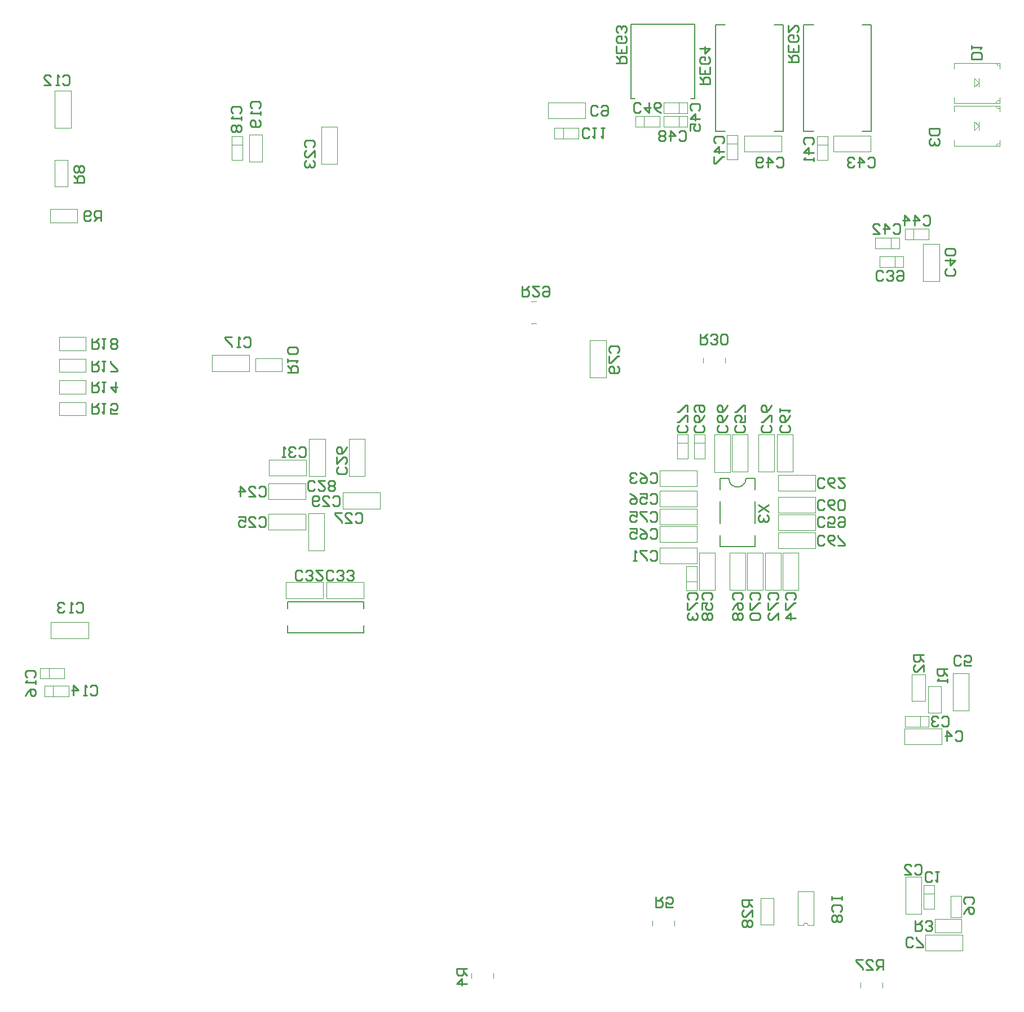
<source format=gbo>
%FSLAX25Y25*%
%MOIN*%
G70*
G01*
G75*
G04 Layer_Color=32896*
%ADD10C,0.01000*%
%ADD11C,0.00689*%
%ADD12C,0.00669*%
%ADD13C,0.00827*%
%ADD14C,0.01575*%
%ADD15C,0.00787*%
%ADD16O,0.07087X0.01181*%
%ADD17O,0.01181X0.07087*%
%ADD18R,0.04921X0.06693*%
%ADD19R,0.09843X0.07874*%
%ADD20R,0.09843X0.01969*%
%ADD21O,0.04724X0.02362*%
%ADD22R,0.00984X0.01378*%
%ADD23O,0.00984X0.01378*%
%ADD24R,0.04724X0.04724*%
%ADD25R,0.04724X0.09449*%
G04:AMPARAMS|DCode=26|XSize=70.87mil|YSize=43.31mil|CornerRadius=0mil|HoleSize=0mil|Usage=FLASHONLY|Rotation=270.000|XOffset=0mil|YOffset=0mil|HoleType=Round|Shape=Octagon|*
%AMOCTAGOND26*
4,1,8,-0.01083,-0.03543,0.01083,-0.03543,0.02165,-0.02461,0.02165,0.02461,0.01083,0.03543,-0.01083,0.03543,-0.02165,0.02461,-0.02165,-0.02461,-0.01083,-0.03543,0.0*
%
%ADD26OCTAGOND26*%

%ADD27R,0.05118X0.04134*%
%ADD28R,0.04134X0.05118*%
G04:AMPARAMS|DCode=29|XSize=39.37mil|YSize=25.59mil|CornerRadius=0mil|HoleSize=0mil|Usage=FLASHONLY|Rotation=270.000|XOffset=0mil|YOffset=0mil|HoleType=Round|Shape=Octagon|*
%AMOCTAGOND29*
4,1,8,-0.00640,-0.01969,0.00640,-0.01969,0.01280,-0.01329,0.01280,0.01329,0.00640,0.01969,-0.00640,0.01969,-0.01280,0.01329,-0.01280,-0.01329,-0.00640,-0.01969,0.0*
%
%ADD29OCTAGOND29*%

G04:AMPARAMS|DCode=30|XSize=39.37mil|YSize=19.69mil|CornerRadius=0mil|HoleSize=0mil|Usage=FLASHONLY|Rotation=270.000|XOffset=0mil|YOffset=0mil|HoleType=Round|Shape=Octagon|*
%AMOCTAGOND30*
4,1,8,-0.00492,-0.01969,0.00492,-0.01969,0.00984,-0.01476,0.00984,0.01476,0.00492,0.01969,-0.00492,0.01969,-0.00984,0.01476,-0.00984,-0.01476,-0.00492,-0.01969,0.0*
%
%ADD30OCTAGOND30*%

%ADD31R,0.05906X0.03150*%
G04:AMPARAMS|DCode=32|XSize=59.06mil|YSize=31.5mil|CornerRadius=0mil|HoleSize=0mil|Usage=FLASHONLY|Rotation=180.000|XOffset=0mil|YOffset=0mil|HoleType=Round|Shape=Octagon|*
%AMOCTAGOND32*
4,1,8,-0.02953,0.00787,-0.02953,-0.00787,-0.02165,-0.01575,0.02165,-0.01575,0.02953,-0.00787,0.02953,0.00787,0.02165,0.01575,-0.02165,0.01575,-0.02953,0.00787,0.0*
%
%ADD32OCTAGOND32*%

G04:AMPARAMS|DCode=33|XSize=78.74mil|YSize=57.09mil|CornerRadius=0mil|HoleSize=0mil|Usage=FLASHONLY|Rotation=180.000|XOffset=0mil|YOffset=0mil|HoleType=Round|Shape=Octagon|*
%AMOCTAGOND33*
4,1,8,-0.03937,0.01427,-0.03937,-0.01427,-0.02510,-0.02854,0.02510,-0.02854,0.03937,-0.01427,0.03937,0.01427,0.02510,0.02854,-0.02510,0.02854,-0.03937,0.01427,0.0*
%
%ADD33OCTAGOND33*%

G04:AMPARAMS|DCode=34|XSize=47.24mil|YSize=39.37mil|CornerRadius=0mil|HoleSize=0mil|Usage=FLASHONLY|Rotation=90.000|XOffset=0mil|YOffset=0mil|HoleType=Round|Shape=Octagon|*
%AMOCTAGOND34*
4,1,8,0.00984,0.02362,-0.00984,0.02362,-0.01969,0.01378,-0.01969,-0.01378,-0.00984,-0.02362,0.00984,-0.02362,0.01969,-0.01378,0.01969,0.01378,0.00984,0.02362,0.0*
%
%ADD34OCTAGOND34*%

%ADD35O,0.02087X0.07795*%
%ADD36R,0.02087X0.07795*%
%ADD37O,0.06102X0.00984*%
%ADD38O,0.00984X0.06102*%
%ADD39O,0.01772X0.01181*%
%ADD40R,0.01772X0.01181*%
%ADD41R,0.01181X0.01772*%
%ADD42R,0.02165X0.04134*%
%ADD43O,0.02165X0.04134*%
%ADD44R,0.01969X0.01575*%
%ADD45O,0.01969X0.01575*%
%ADD46O,0.02232X0.01181*%
%ADD47R,0.02232X0.01181*%
%ADD48R,0.01181X0.02232*%
%ADD49O,0.01181X0.01575*%
%ADD50R,0.01181X0.01575*%
%ADD51R,0.01575X0.01181*%
%ADD52R,0.07874X0.07874*%
%ADD53R,0.06693X0.04921*%
%ADD54R,0.03150X0.04724*%
%ADD55R,0.03150X0.03543*%
%ADD56R,0.04724X0.03150*%
%ADD57C,0.00650*%
%ADD58C,0.01969*%
%ADD59C,0.02362*%
%ADD60R,0.23000X0.17000*%
%ADD61R,0.05906X0.05906*%
%ADD62C,0.05906*%
%ADD63R,0.04724X0.04724*%
%ADD64C,0.04724*%
%ADD65C,0.07087*%
%ADD66R,0.07087X0.07087*%
%ADD67R,0.05906X0.05906*%
%ADD68C,0.06496*%
%ADD69R,0.06299X0.06299*%
%ADD70C,0.06299*%
%ADD71O,0.07874X0.09843*%
%ADD72C,0.07874*%
%ADD73R,0.04921X0.04921*%
%ADD74C,0.04921*%
%ADD75R,0.04921X0.04921*%
%ADD76C,0.19685*%
%ADD77C,0.02701*%
%ADD78C,0.05000*%
%ADD79C,0.03937*%
%ADD80C,0.07874*%
%ADD81C,0.02756*%
%ADD82C,0.02953*%
%ADD83C,0.05394*%
%ADD84R,0.02756X0.03150*%
%ADD85R,0.19685X0.28543*%
%ADD86R,0.08268X0.05118*%
%ADD87O,0.08268X0.05118*%
%ADD88R,0.23622X0.07874*%
%ADD89R,0.25598X0.30299*%
%ADD90R,0.04685X0.09055*%
G04:AMPARAMS|DCode=91|XSize=39.37mil|YSize=25.59mil|CornerRadius=0mil|HoleSize=0mil|Usage=FLASHONLY|Rotation=0.000|XOffset=0mil|YOffset=0mil|HoleType=Round|Shape=Octagon|*
%AMOCTAGOND91*
4,1,8,0.01969,-0.00640,0.01969,0.00640,0.01329,0.01280,-0.01329,0.01280,-0.01969,0.00640,-0.01969,-0.00640,-0.01329,-0.01280,0.01329,-0.01280,0.01969,-0.00640,0.0*
%
%ADD91OCTAGOND91*%

G04:AMPARAMS|DCode=92|XSize=39.37mil|YSize=19.69mil|CornerRadius=0mil|HoleSize=0mil|Usage=FLASHONLY|Rotation=0.000|XOffset=0mil|YOffset=0mil|HoleType=Round|Shape=Octagon|*
%AMOCTAGOND92*
4,1,8,0.01969,-0.00492,0.01969,0.00492,0.01476,0.00984,-0.01476,0.00984,-0.01969,0.00492,-0.01969,-0.00492,-0.01476,-0.00984,0.01476,-0.00984,0.01969,-0.00492,0.0*
%
%ADD92OCTAGOND92*%

%ADD93O,0.04095X0.01969*%
%ADD94R,0.04095X0.01969*%
%ADD95R,0.11000X0.15000*%
%ADD96C,0.04921*%
%ADD97C,0.00984*%
%ADD98C,0.00394*%
%ADD99C,0.00197*%
%ADD100C,0.00800*%
%ADD101C,0.00591*%
%ADD102R,0.21300X0.15037*%
%ADD103R,0.21000X0.15000*%
D10*
X503619Y506616D02*
X504619Y507616D01*
X506618D01*
X507618Y506616D01*
Y502618D01*
X506618Y501618D01*
X504619D01*
X503619Y502618D01*
X498621Y501618D02*
Y507616D01*
X501620Y504617D01*
X497621D01*
X495622Y506616D02*
X494622Y507616D01*
X492623D01*
X491623Y506616D01*
Y505617D01*
X492623Y504617D01*
X493623D01*
X492623D01*
X491623Y503617D01*
Y502618D01*
X492623Y501618D01*
X494622D01*
X495622Y502618D01*
X541499Y80002D02*
X540499Y79002D01*
X538500D01*
X537500Y80002D01*
Y84000D01*
X538500Y85000D01*
X540499D01*
X541499Y84000D01*
X543498Y85000D02*
X545497D01*
X544498D01*
Y79002D01*
X543498Y80002D01*
X531001Y88498D02*
X532001Y89498D01*
X534000D01*
X535000Y88498D01*
Y84500D01*
X534000Y83500D01*
X532001D01*
X531001Y84500D01*
X525003Y83500D02*
X529002D01*
X525003Y87499D01*
Y88498D01*
X526003Y89498D01*
X528002D01*
X529002Y88498D01*
X547001Y175998D02*
X548001Y176998D01*
X550000D01*
X551000Y175998D01*
Y172000D01*
X550000Y171000D01*
X548001D01*
X547001Y172000D01*
X545002Y175998D02*
X544002Y176998D01*
X542003D01*
X541003Y175998D01*
Y174999D01*
X542003Y173999D01*
X543003D01*
X542003D01*
X541003Y172999D01*
Y172000D01*
X542003Y171000D01*
X544002D01*
X545002Y172000D01*
X555001Y167498D02*
X556001Y168498D01*
X558000D01*
X559000Y167498D01*
Y163500D01*
X558000Y162500D01*
X556001D01*
X555001Y163500D01*
X550003Y162500D02*
Y168498D01*
X553002Y165499D01*
X549003D01*
X558499Y208002D02*
X557499Y207002D01*
X555500D01*
X554500Y208002D01*
Y212000D01*
X555500Y213000D01*
X557499D01*
X558499Y212000D01*
X564497Y207002D02*
X560498D01*
Y210001D01*
X562497Y209001D01*
X563497D01*
X564497Y210001D01*
Y212000D01*
X563497Y213000D01*
X561498D01*
X560498Y212000D01*
X561002Y66001D02*
X560002Y67001D01*
Y69000D01*
X561002Y70000D01*
X565000D01*
X566000Y69000D01*
Y67001D01*
X565000Y66001D01*
X560002Y60003D02*
X561002Y62003D01*
X563001Y64002D01*
X565000D01*
X566000Y63002D01*
Y61003D01*
X565000Y60003D01*
X564001D01*
X563001Y61003D01*
Y64002D01*
X529999Y41502D02*
X528999Y40502D01*
X527000D01*
X526000Y41502D01*
Y45500D01*
X527000Y46500D01*
X528999D01*
X529999Y45500D01*
X531998Y40502D02*
X535997D01*
Y41502D01*
X531998Y45500D01*
Y46500D01*
X343881Y533384D02*
X342881Y532384D01*
X340882D01*
X339882Y533384D01*
Y537382D01*
X340882Y538382D01*
X342881D01*
X343881Y537382D01*
X345880D02*
X346880Y538382D01*
X348879D01*
X349879Y537382D01*
Y533384D01*
X348879Y532384D01*
X346880D01*
X345880Y533384D01*
Y534383D01*
X346880Y535383D01*
X349879D01*
X338881Y519883D02*
X337881Y518884D01*
X335882D01*
X334882Y519883D01*
Y523882D01*
X335882Y524882D01*
X337881D01*
X338881Y523882D01*
X340880Y524882D02*
X342879D01*
X341880D01*
Y518884D01*
X340880Y519883D01*
X345878Y524882D02*
X347878D01*
X346878D01*
Y518884D01*
X345878Y519883D01*
X27583Y555380D02*
X28583Y556380D01*
X30582D01*
X31582Y555380D01*
Y551382D01*
X30582Y550382D01*
X28583D01*
X27583Y551382D01*
X25584Y550382D02*
X23584D01*
X24584D01*
Y556380D01*
X25584Y555380D01*
X16587Y550382D02*
X20585D01*
X16587Y554381D01*
Y555380D01*
X17586Y556380D01*
X19586D01*
X20585Y555380D01*
X35619Y243380D02*
X36619Y244380D01*
X38618D01*
X39618Y243380D01*
Y239382D01*
X38618Y238382D01*
X36619D01*
X35619Y239382D01*
X33620Y238382D02*
X31621D01*
X32620D01*
Y244380D01*
X33620Y243380D01*
X28622D02*
X27622Y244380D01*
X25623D01*
X24623Y243380D01*
Y242381D01*
X25623Y241381D01*
X26622D01*
X25623D01*
X24623Y240381D01*
Y239382D01*
X25623Y238382D01*
X27622D01*
X28622Y239382D01*
X43883Y194380D02*
X44883Y195380D01*
X46882D01*
X47882Y194380D01*
Y190382D01*
X46882Y189382D01*
X44883D01*
X43883Y190382D01*
X41884Y189382D02*
X39884D01*
X40884D01*
Y195380D01*
X41884Y194380D01*
X33886Y189382D02*
Y195380D01*
X36885Y192381D01*
X32887D01*
X6384Y199883D02*
X5384Y200883D01*
Y202882D01*
X6384Y203882D01*
X10382D01*
X11382Y202882D01*
Y200883D01*
X10382Y199883D01*
X11382Y197884D02*
Y195885D01*
Y196884D01*
X5384D01*
X6384Y197884D01*
X5384Y188887D02*
X6384Y190886D01*
X8383Y192885D01*
X10382D01*
X11382Y191886D01*
Y189886D01*
X10382Y188887D01*
X9382D01*
X8383Y189886D01*
Y192885D01*
X134465Y400362D02*
X135465Y401362D01*
X137464D01*
X138464Y400362D01*
Y396363D01*
X137464Y395364D01*
X135465D01*
X134465Y396363D01*
X132466Y395364D02*
X130466D01*
X131466D01*
Y401362D01*
X132466Y400362D01*
X127467Y401362D02*
X123469D01*
Y400362D01*
X127467Y396363D01*
Y395364D01*
X128120Y533619D02*
X127120Y534619D01*
Y536618D01*
X128120Y537618D01*
X132118D01*
X133118Y536618D01*
Y534619D01*
X132118Y533619D01*
X133118Y531620D02*
Y529621D01*
Y530620D01*
X127120D01*
X128120Y531620D01*
Y526622D02*
X127120Y525622D01*
Y523623D01*
X128120Y522623D01*
X129119D01*
X130119Y523623D01*
X131119Y522623D01*
X132118D01*
X133118Y523623D01*
Y525622D01*
X132118Y526622D01*
X131119D01*
X130119Y525622D01*
X129119Y526622D01*
X128120D01*
X130119Y525622D02*
Y523623D01*
X139620Y536619D02*
X138620Y537619D01*
Y539618D01*
X139620Y540618D01*
X143618D01*
X144618Y539618D01*
Y537619D01*
X143618Y536619D01*
X144618Y534620D02*
Y532621D01*
Y533620D01*
X138620D01*
X139620Y534620D01*
X143618Y529622D02*
X144618Y528622D01*
Y526623D01*
X143618Y525623D01*
X139620D01*
X138620Y526623D01*
Y528622D01*
X139620Y529622D01*
X140619D01*
X141619Y528622D01*
Y525623D01*
X171620Y513619D02*
X170620Y514619D01*
Y516618D01*
X171620Y517618D01*
X175618D01*
X176618Y516618D01*
Y514619D01*
X175618Y513619D01*
X176618Y507621D02*
Y511620D01*
X172619Y507621D01*
X171620D01*
X170620Y508621D01*
Y510620D01*
X171620Y511620D01*
Y505622D02*
X170620Y504622D01*
Y502623D01*
X171620Y501623D01*
X172619D01*
X173619Y502623D01*
Y503623D01*
Y502623D01*
X174619Y501623D01*
X175618D01*
X176618Y502623D01*
Y504622D01*
X175618Y505622D01*
X143507Y311996D02*
X144506Y312996D01*
X146505D01*
X147505Y311996D01*
Y307998D01*
X146505Y306998D01*
X144506D01*
X143507Y307998D01*
X137508Y306998D02*
X141507D01*
X137508Y310997D01*
Y311996D01*
X138508Y312996D01*
X140507D01*
X141507Y311996D01*
X132510Y306998D02*
Y312996D01*
X135509Y309997D01*
X131510D01*
X143507Y293996D02*
X144506Y294996D01*
X146505D01*
X147505Y293996D01*
Y289998D01*
X146505Y288998D01*
X144506D01*
X143507Y289998D01*
X137508Y288998D02*
X141507D01*
X137508Y292997D01*
Y293996D01*
X138508Y294996D01*
X140507D01*
X141507Y293996D01*
X131510Y294996D02*
X135509D01*
Y291997D01*
X133510Y292997D01*
X132510D01*
X131510Y291997D01*
Y289998D01*
X132510Y288998D01*
X134509D01*
X135509Y289998D01*
X194498Y324507D02*
X195498Y323507D01*
Y321508D01*
X194498Y320508D01*
X190500D01*
X189500Y321508D01*
Y323507D01*
X190500Y324507D01*
X189500Y330505D02*
Y326506D01*
X193499Y330505D01*
X194498D01*
X195498Y329505D01*
Y327506D01*
X194498Y326506D01*
X195498Y336503D02*
X194498Y334504D01*
X192499Y332504D01*
X190500D01*
X189500Y333504D01*
Y335503D01*
X190500Y336503D01*
X191499D01*
X192499Y335503D01*
Y332504D01*
X200501Y296498D02*
X201501Y297498D01*
X203500D01*
X204500Y296498D01*
Y292500D01*
X203500Y291500D01*
X201501D01*
X200501Y292500D01*
X194503Y291500D02*
X198502D01*
X194503Y295499D01*
Y296498D01*
X195503Y297498D01*
X197502D01*
X198502Y296498D01*
X192504Y297498D02*
X188505D01*
Y296498D01*
X192504Y292500D01*
Y291500D01*
X176504Y311500D02*
X175504Y310500D01*
X173505D01*
X172505Y311500D01*
Y315498D01*
X173505Y316498D01*
X175504D01*
X176504Y315498D01*
X182502Y316498D02*
X178503D01*
X182502Y312499D01*
Y311500D01*
X181502Y310500D01*
X179503D01*
X178503Y311500D01*
X184501D02*
X185501Y310500D01*
X187500D01*
X188500Y311500D01*
Y312499D01*
X187500Y313499D01*
X188500Y314499D01*
Y315498D01*
X187500Y316498D01*
X185501D01*
X184501Y315498D01*
Y314499D01*
X185501Y313499D01*
X184501Y312499D01*
Y311500D01*
X185501Y313499D02*
X187500D01*
X187006Y306496D02*
X188006Y307496D01*
X190006D01*
X191005Y306496D01*
Y302498D01*
X190006Y301498D01*
X188006D01*
X187006Y302498D01*
X181008Y301498D02*
X185007D01*
X181008Y305497D01*
Y306496D01*
X182008Y307496D01*
X184007D01*
X185007Y306496D01*
X179009Y302498D02*
X178009Y301498D01*
X176010D01*
X175010Y302498D01*
Y306496D01*
X176010Y307496D01*
X178009D01*
X179009Y306496D01*
Y305497D01*
X178009Y304497D01*
X175010D01*
X167007Y335496D02*
X168006Y336496D01*
X170006D01*
X171005Y335496D01*
Y331498D01*
X170006Y330498D01*
X168006D01*
X167007Y331498D01*
X165007Y335496D02*
X164007Y336496D01*
X162008D01*
X161008Y335496D01*
Y334497D01*
X162008Y333497D01*
X163008D01*
X162008D01*
X161008Y332497D01*
Y331498D01*
X162008Y330498D01*
X164007D01*
X165007Y331498D01*
X159009Y330498D02*
X157010D01*
X158009D01*
Y336496D01*
X159009Y335496D01*
X169004Y258500D02*
X168004Y257500D01*
X166005D01*
X165005Y258500D01*
Y262498D01*
X166005Y263498D01*
X168004D01*
X169004Y262498D01*
X171003Y258500D02*
X172003Y257500D01*
X174002D01*
X175002Y258500D01*
Y259499D01*
X174002Y260499D01*
X173003D01*
X174002D01*
X175002Y261499D01*
Y262498D01*
X174002Y263498D01*
X172003D01*
X171003Y262498D01*
X181000Y263498D02*
X177001D01*
X181000Y259499D01*
Y258500D01*
X180000Y257500D01*
X178001D01*
X177001Y258500D01*
X187504D02*
X186504Y257500D01*
X184505D01*
X183505Y258500D01*
Y262498D01*
X184505Y263498D01*
X186504D01*
X187504Y262498D01*
X189503Y258500D02*
X190503Y257500D01*
X192502D01*
X193502Y258500D01*
Y259499D01*
X192502Y260499D01*
X191503D01*
X192502D01*
X193502Y261499D01*
Y262498D01*
X192502Y263498D01*
X190503D01*
X189503Y262498D01*
X195501Y258500D02*
X196501Y257500D01*
X198500D01*
X199500Y258500D01*
Y259499D01*
X198500Y260499D01*
X197501D01*
X198500D01*
X199500Y261499D01*
Y262498D01*
X198500Y263498D01*
X196501D01*
X195501Y262498D01*
X512499Y435852D02*
X511499Y434852D01*
X509500D01*
X508500Y435852D01*
Y439851D01*
X509500Y440850D01*
X511499D01*
X512499Y439851D01*
X514498Y435852D02*
X515498Y434852D01*
X517497D01*
X518497Y435852D01*
Y436852D01*
X517497Y437851D01*
X516497D01*
X517497D01*
X518497Y438851D01*
Y439851D01*
X517497Y440850D01*
X515498D01*
X514498Y439851D01*
X520496D02*
X521496Y440850D01*
X523495D01*
X524495Y439851D01*
Y435852D01*
X523495Y434852D01*
X521496D01*
X520496Y435852D01*
Y436852D01*
X521496Y437851D01*
X524495D01*
X553998Y441849D02*
X554998Y440849D01*
Y438850D01*
X553998Y437850D01*
X550000D01*
X549000Y438850D01*
Y440849D01*
X550000Y441849D01*
X549000Y446847D02*
X554998D01*
X551999Y443849D01*
Y447847D01*
X553998Y449847D02*
X554998Y450846D01*
Y452846D01*
X553998Y453845D01*
X550000D01*
X549000Y452846D01*
Y450846D01*
X550000Y449847D01*
X553998D01*
X466502Y515501D02*
X465502Y516501D01*
Y518500D01*
X466502Y519500D01*
X470500D01*
X471500Y518500D01*
Y516501D01*
X470500Y515501D01*
X471500Y510503D02*
X465502D01*
X468501Y513502D01*
Y509503D01*
X471500Y507504D02*
Y505505D01*
Y506504D01*
X465502D01*
X466502Y507504D01*
X518501Y467349D02*
X519501Y468349D01*
X521500D01*
X522500Y467349D01*
Y463350D01*
X521500Y462350D01*
X519501D01*
X518501Y463350D01*
X513503Y462350D02*
Y468349D01*
X516502Y465349D01*
X512503D01*
X506505Y462350D02*
X510504D01*
X506505Y466349D01*
Y467349D01*
X507505Y468349D01*
X509504D01*
X510504Y467349D01*
X536001Y472349D02*
X537001Y473349D01*
X539000D01*
X540000Y472349D01*
Y468350D01*
X539000Y467350D01*
X537001D01*
X536001Y468350D01*
X531003Y467350D02*
Y473349D01*
X534002Y470349D01*
X530003D01*
X525005Y467350D02*
Y473349D01*
X528004Y470349D01*
X524005D01*
X399301Y535383D02*
X398301Y536383D01*
Y538382D01*
X399301Y539382D01*
X403300D01*
X404299Y538382D01*
Y536383D01*
X403300Y535383D01*
X404299Y530385D02*
X398301D01*
X401300Y533384D01*
Y529385D01*
X398301Y523387D02*
Y527386D01*
X401300D01*
X400301Y525386D01*
Y524387D01*
X401300Y523387D01*
X403300D01*
X404299Y524387D01*
Y526386D01*
X403300Y527386D01*
X369298Y534883D02*
X368298Y533884D01*
X366299D01*
X365299Y534883D01*
Y538882D01*
X366299Y539882D01*
X368298D01*
X369298Y538882D01*
X374296Y539882D02*
Y533884D01*
X371297Y536883D01*
X375296D01*
X381294Y533884D02*
X379295Y534883D01*
X377295Y536883D01*
Y538882D01*
X378295Y539882D01*
X380294D01*
X381294Y538882D01*
Y537883D01*
X380294Y536883D01*
X377295D01*
X413423Y516119D02*
X412423Y517119D01*
Y519118D01*
X413423Y520118D01*
X417422D01*
X418421Y519118D01*
Y517119D01*
X417422Y516119D01*
X418421Y511121D02*
X412423D01*
X415422Y514120D01*
Y510121D01*
X412423Y508122D02*
Y504123D01*
X413423D01*
X417422Y508122D01*
X418421D01*
X391800Y522380D02*
X392800Y523380D01*
X394799D01*
X395799Y522380D01*
Y518382D01*
X394799Y517382D01*
X392800D01*
X391800Y518382D01*
X386802Y517382D02*
Y523380D01*
X389801Y520381D01*
X385802D01*
X383803Y522380D02*
X382803Y523380D01*
X380804D01*
X379804Y522380D01*
Y521381D01*
X380804Y520381D01*
X379804Y519381D01*
Y518382D01*
X380804Y517382D01*
X382803D01*
X383803Y518382D01*
Y519381D01*
X382803Y520381D01*
X383803Y521381D01*
Y522380D01*
X382803Y520381D02*
X380804D01*
X449423Y506616D02*
X450422Y507616D01*
X452422D01*
X453421Y506616D01*
Y502618D01*
X452422Y501618D01*
X450422D01*
X449423Y502618D01*
X444424Y501618D02*
Y507616D01*
X447423Y504617D01*
X443425D01*
X441425Y502618D02*
X440425Y501618D01*
X438426D01*
X437426Y502618D01*
Y506616D01*
X438426Y507616D01*
X440425D01*
X441425Y506616D01*
Y505617D01*
X440425Y504617D01*
X437426D01*
X374887Y307612D02*
X375887Y308612D01*
X377886D01*
X378886Y307612D01*
Y303614D01*
X377886Y302614D01*
X375887D01*
X374887Y303614D01*
X368889Y308612D02*
X372887D01*
Y305613D01*
X370888Y306613D01*
X369888D01*
X368889Y305613D01*
Y303614D01*
X369888Y302614D01*
X371888D01*
X372887Y303614D01*
X362891Y308612D02*
X364890Y307612D01*
X366889Y305613D01*
Y303614D01*
X365890Y302614D01*
X363890D01*
X362891Y303614D01*
Y304613D01*
X363890Y305613D01*
X366889D01*
X429884Y349113D02*
X430884Y348113D01*
Y346114D01*
X429884Y345114D01*
X425885D01*
X424886Y346114D01*
Y348113D01*
X425885Y349113D01*
X430884Y355111D02*
Y351112D01*
X427884D01*
X428884Y353111D01*
Y354111D01*
X427884Y355111D01*
X425885D01*
X424886Y354111D01*
Y352112D01*
X425885Y351112D01*
X430884Y357110D02*
Y361109D01*
X429884D01*
X425885Y357110D01*
X424886D01*
X406387Y246115D02*
X405387Y247115D01*
Y249114D01*
X406387Y250114D01*
X410386D01*
X411385Y249114D01*
Y247115D01*
X410386Y246115D01*
X405387Y240117D02*
Y244116D01*
X408387D01*
X407387Y242116D01*
Y241117D01*
X408387Y240117D01*
X410386D01*
X411385Y241117D01*
Y243116D01*
X410386Y244116D01*
X406387Y238118D02*
X405387Y237118D01*
Y235119D01*
X406387Y234119D01*
X407387D01*
X408387Y235119D01*
X409386Y234119D01*
X410386D01*
X411385Y235119D01*
Y237118D01*
X410386Y238118D01*
X409386D01*
X408387Y237118D01*
X407387Y238118D01*
X406387D01*
X408387Y237118D02*
Y235119D01*
X477884Y290115D02*
X476885Y289116D01*
X474885D01*
X473885Y290115D01*
Y294114D01*
X474885Y295114D01*
X476885D01*
X477884Y294114D01*
X483882Y289116D02*
X479884D01*
Y292115D01*
X481883Y291115D01*
X482883D01*
X483882Y292115D01*
Y294114D01*
X482883Y295114D01*
X480883D01*
X479884Y294114D01*
X485882D02*
X486881Y295114D01*
X488881D01*
X489880Y294114D01*
Y290115D01*
X488881Y289116D01*
X486881D01*
X485882Y290115D01*
Y291115D01*
X486881Y292115D01*
X489880D01*
X477884Y300115D02*
X476885Y299116D01*
X474885D01*
X473885Y300115D01*
Y304114D01*
X474885Y305114D01*
X476885D01*
X477884Y304114D01*
X483882Y299116D02*
X481883Y300115D01*
X479884Y302115D01*
Y304114D01*
X480883Y305114D01*
X482883D01*
X483882Y304114D01*
Y303115D01*
X482883Y302115D01*
X479884D01*
X485882Y300115D02*
X486881Y299116D01*
X488881D01*
X489880Y300115D01*
Y304114D01*
X488881Y305114D01*
X486881D01*
X485882Y304114D01*
Y300115D01*
X456384Y349113D02*
X457384Y348113D01*
Y346114D01*
X456384Y345114D01*
X452385D01*
X451385Y346114D01*
Y348113D01*
X452385Y349113D01*
X457384Y355111D02*
X456384Y353111D01*
X454385Y351112D01*
X452385D01*
X451385Y352112D01*
Y354111D01*
X452385Y355111D01*
X453385D01*
X454385Y354111D01*
Y351112D01*
X451385Y357110D02*
Y359109D01*
Y358110D01*
X457384D01*
X456384Y357110D01*
X477884Y313116D02*
X476885Y312116D01*
X474885D01*
X473885Y313116D01*
Y317114D01*
X474885Y318114D01*
X476885D01*
X477884Y317114D01*
X483882Y312116D02*
X481883Y313116D01*
X479884Y315115D01*
Y317114D01*
X480883Y318114D01*
X482883D01*
X483882Y317114D01*
Y316115D01*
X482883Y315115D01*
X479884D01*
X489880Y318114D02*
X485882D01*
X489880Y314115D01*
Y313116D01*
X488881Y312116D01*
X486881D01*
X485882Y313116D01*
X374887Y320112D02*
X375887Y321112D01*
X377886D01*
X378886Y320112D01*
Y316114D01*
X377886Y315114D01*
X375887D01*
X374887Y316114D01*
X368889Y321112D02*
X370888Y320112D01*
X372887Y318113D01*
Y316114D01*
X371888Y315114D01*
X369888D01*
X368889Y316114D01*
Y317113D01*
X369888Y318113D01*
X372887D01*
X366889Y320112D02*
X365890Y321112D01*
X363890D01*
X362891Y320112D01*
Y319113D01*
X363890Y318113D01*
X364890D01*
X363890D01*
X362891Y317113D01*
Y316114D01*
X363890Y315114D01*
X365890D01*
X366889Y316114D01*
X374887Y287112D02*
X375887Y288112D01*
X377886D01*
X378886Y287112D01*
Y283114D01*
X377886Y282114D01*
X375887D01*
X374887Y283114D01*
X368889Y288112D02*
X370888Y287112D01*
X372887Y285113D01*
Y283114D01*
X371888Y282114D01*
X369888D01*
X368889Y283114D01*
Y284113D01*
X369888Y285113D01*
X372887D01*
X362891Y288112D02*
X366889D01*
Y285113D01*
X364890Y286113D01*
X363890D01*
X362891Y285113D01*
Y283114D01*
X363890Y282114D01*
X365890D01*
X366889Y283114D01*
X419384Y349113D02*
X420384Y348113D01*
Y346114D01*
X419384Y345114D01*
X415385D01*
X414386Y346114D01*
Y348113D01*
X415385Y349113D01*
X420384Y355111D02*
X419384Y353111D01*
X417384Y351112D01*
X415385D01*
X414386Y352112D01*
Y354111D01*
X415385Y355111D01*
X416385D01*
X417384Y354111D01*
Y351112D01*
X420384Y361109D02*
X419384Y359109D01*
X417384Y357110D01*
X415385D01*
X414386Y358110D01*
Y360109D01*
X415385Y361109D01*
X416385D01*
X417384Y360109D01*
Y357110D01*
X477884Y279116D02*
X476885Y278116D01*
X474885D01*
X473885Y279116D01*
Y283114D01*
X474885Y284114D01*
X476885D01*
X477884Y283114D01*
X483882Y278116D02*
X481883Y279116D01*
X479884Y281115D01*
Y283114D01*
X480883Y284114D01*
X482883D01*
X483882Y283114D01*
Y282115D01*
X482883Y281115D01*
X479884D01*
X485882Y278116D02*
X489880D01*
Y279116D01*
X485882Y283114D01*
Y284114D01*
X424387Y246115D02*
X423387Y247115D01*
Y249114D01*
X424387Y250114D01*
X428386D01*
X429386Y249114D01*
Y247115D01*
X428386Y246115D01*
X423387Y240117D02*
X424387Y242116D01*
X426386Y244116D01*
X428386D01*
X429386Y243116D01*
Y241117D01*
X428386Y240117D01*
X427386D01*
X426386Y241117D01*
Y244116D01*
X424387Y238118D02*
X423387Y237118D01*
Y235119D01*
X424387Y234119D01*
X425387D01*
X426386Y235119D01*
X427386Y234119D01*
X428386D01*
X429386Y235119D01*
Y237118D01*
X428386Y238118D01*
X427386D01*
X426386Y237118D01*
X425387Y238118D01*
X424387D01*
X426386Y237118D02*
Y235119D01*
X405884Y349113D02*
X406884Y348113D01*
Y346114D01*
X405884Y345114D01*
X401885D01*
X400885Y346114D01*
Y348113D01*
X401885Y349113D01*
X406884Y355111D02*
X405884Y353111D01*
X403885Y351112D01*
X401885D01*
X400885Y352112D01*
Y354111D01*
X401885Y355111D01*
X402885D01*
X403885Y354111D01*
Y351112D01*
X401885Y357110D02*
X400885Y358110D01*
Y360109D01*
X401885Y361109D01*
X405884D01*
X406884Y360109D01*
Y358110D01*
X405884Y357110D01*
X404884D01*
X403885Y358110D01*
Y361109D01*
X434887Y246115D02*
X433887Y247115D01*
Y249114D01*
X434887Y250114D01*
X438886D01*
X439886Y249114D01*
Y247115D01*
X438886Y246115D01*
X433887Y244116D02*
Y240117D01*
X434887D01*
X438886Y244116D01*
X439886D01*
X434887Y238118D02*
X433887Y237118D01*
Y235119D01*
X434887Y234119D01*
X438886D01*
X439886Y235119D01*
Y237118D01*
X438886Y238118D01*
X434887D01*
X374887Y274112D02*
X375887Y275112D01*
X377886D01*
X378886Y274112D01*
Y270114D01*
X377886Y269114D01*
X375887D01*
X374887Y270114D01*
X372887Y275112D02*
X368889D01*
Y274112D01*
X372887Y270114D01*
Y269114D01*
X366889D02*
X364890D01*
X365890D01*
Y275112D01*
X366889Y274112D01*
X445387Y246115D02*
X444387Y247115D01*
Y249114D01*
X445387Y250114D01*
X449386D01*
X450386Y249114D01*
Y247115D01*
X449386Y246115D01*
X444387Y244116D02*
Y240117D01*
X445387D01*
X449386Y244116D01*
X450386D01*
Y234119D02*
Y238118D01*
X446387Y234119D01*
X445387D01*
X444387Y235119D01*
Y237118D01*
X445387Y238118D01*
X397887Y246115D02*
X396887Y247115D01*
Y249114D01*
X397887Y250114D01*
X401886D01*
X402885Y249114D01*
Y247115D01*
X401886Y246115D01*
X396887Y244116D02*
Y240117D01*
X397887D01*
X401886Y244116D01*
X402885D01*
X397887Y238118D02*
X396887Y237118D01*
Y235119D01*
X397887Y234119D01*
X398887D01*
X399886Y235119D01*
Y236118D01*
Y235119D01*
X400886Y234119D01*
X401886D01*
X402885Y235119D01*
Y237118D01*
X401886Y238118D01*
X455887Y246115D02*
X454887Y247115D01*
Y249114D01*
X455887Y250114D01*
X459886D01*
X460885Y249114D01*
Y247115D01*
X459886Y246115D01*
X454887Y244116D02*
Y240117D01*
X455887D01*
X459886Y244116D01*
X460885D01*
Y235119D02*
X454887D01*
X457887Y238118D01*
Y234119D01*
X374887Y297112D02*
X375887Y298112D01*
X377886D01*
X378886Y297112D01*
Y293114D01*
X377886Y292114D01*
X375887D01*
X374887Y293114D01*
X372887Y298112D02*
X368889D01*
Y297112D01*
X372887Y293114D01*
Y292114D01*
X362891Y298112D02*
X366889D01*
Y295113D01*
X364890Y296113D01*
X363890D01*
X362891Y295113D01*
Y293114D01*
X363890Y292114D01*
X365890D01*
X366889Y293114D01*
X445384Y349113D02*
X446384Y348113D01*
Y346114D01*
X445384Y345114D01*
X441385D01*
X440385Y346114D01*
Y348113D01*
X441385Y349113D01*
X446384Y351112D02*
Y355111D01*
X445384D01*
X441385Y351112D01*
X440385D01*
X446384Y361109D02*
X445384Y359109D01*
X443385Y357110D01*
X441385D01*
X440385Y358110D01*
Y360109D01*
X441385Y361109D01*
X442385D01*
X443385Y360109D01*
Y357110D01*
X395884Y349113D02*
X396884Y348113D01*
Y346114D01*
X395884Y345114D01*
X391885D01*
X390885Y346114D01*
Y348113D01*
X391885Y349113D01*
X396884Y351112D02*
Y355111D01*
X395884D01*
X391885Y351112D01*
X390885D01*
X396884Y357110D02*
Y361109D01*
X395884D01*
X391885Y357110D01*
X390885D01*
X351502Y392049D02*
X350502Y393048D01*
Y395048D01*
X351502Y396047D01*
X355500D01*
X356500Y395048D01*
Y393048D01*
X355500Y392049D01*
X350502Y390049D02*
Y386051D01*
X351502D01*
X355500Y390049D01*
X356500D01*
X355500Y384051D02*
X356500Y383051D01*
Y381052D01*
X355500Y380052D01*
X351502D01*
X350502Y381052D01*
Y383051D01*
X351502Y384051D01*
X352501D01*
X353501Y383051D01*
Y380052D01*
X570880Y565618D02*
X564882D01*
Y568617D01*
X565882Y569617D01*
X569880D01*
X570880Y568617D01*
Y565618D01*
X564882Y571616D02*
Y573616D01*
Y572616D01*
X570880D01*
X569880Y571616D01*
X539884Y524618D02*
X545882D01*
Y521619D01*
X544882Y520619D01*
X540883D01*
X539884Y521619D01*
Y524618D01*
X540883Y518620D02*
X539884Y517620D01*
Y515621D01*
X540883Y514621D01*
X541883D01*
X542883Y515621D01*
Y516621D01*
Y515621D01*
X543883Y514621D01*
X544882D01*
X545882Y515621D01*
Y517620D01*
X544882Y518620D01*
X482002Y70500D02*
Y68501D01*
Y69500D01*
X488000D01*
Y70500D01*
Y68501D01*
X483002Y61503D02*
X482002Y62503D01*
Y64502D01*
X483002Y65502D01*
X487000D01*
X488000Y64502D01*
Y62503D01*
X487000Y61503D01*
X483002Y59504D02*
X482002Y58504D01*
Y56504D01*
X483002Y55505D01*
X484001D01*
X485001Y56504D01*
X486001Y55505D01*
X487000D01*
X488000Y56504D01*
Y58504D01*
X487000Y59504D01*
X486001D01*
X485001Y58504D01*
X484001Y59504D01*
X483002D01*
X485001Y58504D02*
Y56504D01*
X550500Y205000D02*
X544502D01*
Y202001D01*
X545502Y201001D01*
X547501D01*
X548501Y202001D01*
Y205000D01*
Y203001D02*
X550500Y201001D01*
Y199002D02*
Y197003D01*
Y198002D01*
X544502D01*
X545502Y199002D01*
X536500Y213500D02*
X530502D01*
Y210501D01*
X531502Y209501D01*
X533501D01*
X534501Y210501D01*
Y213500D01*
Y211501D02*
X536500Y209501D01*
Y203503D02*
Y207502D01*
X532501Y203503D01*
X531502D01*
X530502Y204503D01*
Y206502D01*
X531502Y207502D01*
X531500Y56000D02*
Y50002D01*
X534499D01*
X535499Y51002D01*
Y53001D01*
X534499Y54001D01*
X531500D01*
X533499D02*
X535499Y56000D01*
X537498Y51002D02*
X538498Y50002D01*
X540497D01*
X541497Y51002D01*
Y52001D01*
X540497Y53001D01*
X539497D01*
X540497D01*
X541497Y54001D01*
Y55000D01*
X540497Y56000D01*
X538498D01*
X537498Y55000D01*
X266500Y27782D02*
X260502D01*
Y24782D01*
X261502Y23783D01*
X263501D01*
X264500Y24782D01*
Y27782D01*
Y25782D02*
X266500Y23783D01*
Y18784D02*
X260502D01*
X263501Y21783D01*
Y17785D01*
X378000Y70000D02*
Y64002D01*
X380999D01*
X381999Y65002D01*
Y67001D01*
X380999Y68001D01*
X378000D01*
X379999D02*
X381999Y70000D01*
X387997Y64002D02*
X383998D01*
Y67001D01*
X385997Y66001D01*
X386997D01*
X387997Y67001D01*
Y69000D01*
X386997Y70000D01*
X384998D01*
X383998Y69000D01*
X34118Y492618D02*
X40116D01*
Y495617D01*
X39116Y496617D01*
X37117D01*
X36118Y495617D01*
Y492618D01*
Y494618D02*
X34118Y496617D01*
X39116Y498616D02*
X40116Y499616D01*
Y501615D01*
X39116Y502615D01*
X38117D01*
X37117Y501615D01*
X36118Y502615D01*
X35118D01*
X34118Y501615D01*
Y499616D01*
X35118Y498616D01*
X36118D01*
X37117Y499616D01*
X38117Y498616D01*
X39116D01*
X37117Y499616D02*
Y501615D01*
X50118Y470118D02*
Y476116D01*
X47119D01*
X46119Y475116D01*
Y473117D01*
X47119Y472118D01*
X50118D01*
X48119D02*
X46119Y470118D01*
X44120Y471118D02*
X43120Y470118D01*
X41121D01*
X40121Y471118D01*
Y475116D01*
X41121Y476116D01*
X43120D01*
X44120Y475116D01*
Y474117D01*
X43120Y473117D01*
X40121D01*
X160382Y380382D02*
X166380D01*
Y383381D01*
X165380Y384381D01*
X163381D01*
X162381Y383381D01*
Y380382D01*
Y382381D02*
X160382Y384381D01*
Y386380D02*
Y388379D01*
Y387380D01*
X166380D01*
X165380Y386380D01*
Y391378D02*
X166380Y392378D01*
Y394377D01*
X165380Y395377D01*
X161382D01*
X160382Y394377D01*
Y392378D01*
X161382Y391378D01*
X165380D01*
X44882Y374715D02*
Y368717D01*
X47881D01*
X48881Y369717D01*
Y371716D01*
X47881Y372716D01*
X44882D01*
X46881D02*
X48881Y374715D01*
X50880D02*
X52879D01*
X51880D01*
Y368717D01*
X50880Y369717D01*
X58877Y374715D02*
Y368717D01*
X55878Y371716D01*
X59877D01*
X44882Y361882D02*
Y355884D01*
X47881D01*
X48881Y356884D01*
Y358883D01*
X47881Y359882D01*
X44882D01*
X46881D02*
X48881Y361882D01*
X50880D02*
X52879D01*
X51880D01*
Y355884D01*
X50880Y356884D01*
X59877Y355884D02*
X55878D01*
Y358883D01*
X57878Y357883D01*
X58877D01*
X59877Y358883D01*
Y360882D01*
X58877Y361882D01*
X56878D01*
X55878Y360882D01*
X44882Y386882D02*
Y380884D01*
X47881D01*
X48881Y381884D01*
Y383883D01*
X47881Y384882D01*
X44882D01*
X46881D02*
X48881Y386882D01*
X50880D02*
X52879D01*
X51880D01*
Y380884D01*
X50880Y381884D01*
X55878Y380884D02*
X59877D01*
Y381884D01*
X55878Y385882D01*
Y386882D01*
X44882Y400382D02*
Y394384D01*
X47881D01*
X48881Y395384D01*
Y397383D01*
X47881Y398382D01*
X44882D01*
X46881D02*
X48881Y400382D01*
X50880D02*
X52879D01*
X51880D01*
Y394384D01*
X50880Y395384D01*
X55878D02*
X56878Y394384D01*
X58877D01*
X59877Y395384D01*
Y396383D01*
X58877Y397383D01*
X59877Y398382D01*
Y399382D01*
X58877Y400382D01*
X56878D01*
X55878Y399382D01*
Y398382D01*
X56878Y397383D01*
X55878Y396383D01*
Y395384D01*
X56878Y397383D02*
X58877D01*
X512500Y27000D02*
Y32998D01*
X509501D01*
X508501Y31998D01*
Y29999D01*
X509501Y28999D01*
X512500D01*
X510501D02*
X508501Y27000D01*
X502503D02*
X506502D01*
X502503Y30999D01*
Y31998D01*
X503503Y32998D01*
X505502D01*
X506502Y31998D01*
X500504Y32998D02*
X496505D01*
Y31998D01*
X500504Y28000D01*
Y27000D01*
X435000Y68500D02*
X429002D01*
Y65501D01*
X430002Y64501D01*
X432001D01*
X433001Y65501D01*
Y68500D01*
Y66501D02*
X435000Y64501D01*
Y58503D02*
Y62502D01*
X431001Y58503D01*
X430002D01*
X429002Y59503D01*
Y61502D01*
X430002Y62502D01*
Y56504D02*
X429002Y55504D01*
Y53505D01*
X430002Y52505D01*
X431001D01*
X432001Y53505D01*
X433001Y52505D01*
X434000D01*
X435000Y53505D01*
Y55504D01*
X434000Y56504D01*
X433001D01*
X432001Y55504D01*
X431001Y56504D01*
X430002D01*
X432001Y55504D02*
Y53505D01*
X299295Y431500D02*
Y425502D01*
X302294D01*
X303294Y426501D01*
Y428501D01*
X302294Y429500D01*
X299295D01*
X301295D02*
X303294Y431500D01*
X309292D02*
X305293D01*
X309292Y427501D01*
Y426501D01*
X308293Y425502D01*
X306293D01*
X305293Y426501D01*
X311292Y430500D02*
X312291Y431500D01*
X314290D01*
X315290Y430500D01*
Y426501D01*
X314290Y425502D01*
X312291D01*
X311292Y426501D01*
Y427501D01*
X312291Y428501D01*
X315290D01*
X404500Y403000D02*
Y397002D01*
X407499D01*
X408499Y398002D01*
Y400001D01*
X407499Y401001D01*
X404500D01*
X406499D02*
X408499Y403000D01*
X410498Y398002D02*
X411498Y397002D01*
X413497D01*
X414497Y398002D01*
Y399001D01*
X413497Y400001D01*
X412497D01*
X413497D01*
X414497Y401001D01*
Y402000D01*
X413497Y403000D01*
X411498D01*
X410498Y402000D01*
X416496Y398002D02*
X417496Y397002D01*
X419495D01*
X420495Y398002D01*
Y402000D01*
X419495Y403000D01*
X417496D01*
X416496Y402000D01*
Y398002D01*
X456382Y563882D02*
X462380D01*
Y566881D01*
X461380Y567881D01*
X459381D01*
X458381Y566881D01*
Y563882D01*
Y565881D02*
X456382Y567881D01*
X462380Y573879D02*
Y569880D01*
X456382D01*
Y573879D01*
X459381Y569880D02*
Y571879D01*
X461380Y579877D02*
X462380Y578877D01*
Y576878D01*
X461380Y575878D01*
X457382D01*
X456382Y576878D01*
Y578877D01*
X457382Y579877D01*
X459381D01*
Y577877D01*
X456382Y585875D02*
Y581876D01*
X460381Y585875D01*
X461380D01*
X462380Y584875D01*
Y582876D01*
X461380Y581876D01*
X404000Y551000D02*
X409998D01*
Y553999D01*
X408998Y554999D01*
X406999D01*
X405999Y553999D01*
Y551000D01*
Y552999D02*
X404000Y554999D01*
X409998Y560997D02*
Y556998D01*
X404000D01*
Y560997D01*
X406999Y556998D02*
Y558997D01*
X408998Y566995D02*
X409998Y565995D01*
Y563996D01*
X408998Y562996D01*
X405000D01*
X404000Y563996D01*
Y565995D01*
X405000Y566995D01*
X406999D01*
Y564995D01*
X404000Y571993D02*
X409998D01*
X406999Y568994D01*
Y572993D01*
X438887Y302114D02*
X444885Y298115D01*
X438887D02*
X444885Y302114D01*
X439887Y296116D02*
X438887Y295116D01*
Y293117D01*
X439887Y292117D01*
X440887D01*
X441887Y293117D01*
Y294116D01*
Y293117D01*
X442886Y292117D01*
X443886D01*
X444885Y293117D01*
Y295116D01*
X443886Y296116D01*
X354681Y563500D02*
X360679D01*
Y566499D01*
X359680Y567499D01*
X357680D01*
X356680Y566499D01*
Y563500D01*
Y565499D02*
X354681Y567499D01*
X360679Y573497D02*
Y569498D01*
X354681D01*
Y573497D01*
X357680Y569498D02*
Y571497D01*
X359680Y579495D02*
X360679Y578495D01*
Y576496D01*
X359680Y575496D01*
X355681D01*
X354681Y576496D01*
Y578495D01*
X355681Y579495D01*
X357680D01*
Y577495D01*
X359680Y581494D02*
X360679Y582494D01*
Y584493D01*
X359680Y585493D01*
X358680D01*
X357680Y584493D01*
Y583494D01*
Y584493D01*
X356680Y585493D01*
X355681D01*
X354681Y584493D01*
Y582494D01*
X355681Y581494D01*
D15*
X421386Y317614D02*
G03*
X431386Y317614I5000J0D01*
G01*
X363598Y542459D02*
X365722D01*
X398876D02*
X401000D01*
X363598Y586221D02*
X401000D01*
Y542459D02*
Y586221D01*
X363598Y542459D02*
Y586221D01*
X416051Y277437D02*
Y284114D01*
Y291114D02*
Y304114D01*
Y311114D02*
Y317791D01*
X436720Y277437D02*
Y284114D01*
Y291114D02*
Y304114D01*
X436752Y311145D02*
Y317791D01*
X416051D02*
X421386D01*
X431386D02*
X436752D01*
X416051Y277437D02*
X436720D01*
X160446Y240616D02*
Y244868D01*
X205328Y240616D02*
Y244868D01*
Y226364D02*
Y230616D01*
X160446Y226364D02*
X205328D01*
X160446D02*
Y230616D01*
Y244868D02*
X205328D01*
X447988Y523032D02*
X453500D01*
X413343D02*
X419248D01*
X447988Y586024D02*
X453500D01*
X413343D02*
X419248D01*
X413343Y523032D02*
Y586024D01*
X453500Y523032D02*
Y586024D01*
X500067Y523095D02*
X505579D01*
X465421D02*
X471327D01*
X500067Y586087D02*
X505579D01*
X465421D02*
X471327D01*
X465421Y523095D02*
Y586087D01*
X505579Y523095D02*
Y586087D01*
D98*
X468036Y53451D02*
G03*
X465536Y53451I-1250J0D01*
G01*
X579382Y537929D02*
G03*
X581263Y536478I1500J0D01*
G01*
Y515758D02*
G03*
X579382Y514307I-381J-1451D01*
G01*
Y563429D02*
G03*
X581263Y561978I1500J0D01*
G01*
Y541258D02*
G03*
X579382Y539807I-381J-1451D01*
G01*
X505142Y510894D02*
Y515618D01*
X483095Y510894D02*
X505142D01*
X483095D02*
Y520342D01*
X505142D01*
Y515618D02*
Y520342D01*
X499000Y16500D02*
Y19500D01*
X512000Y16500D02*
Y19500D01*
X419000Y386000D02*
Y389000D01*
X406000Y386000D02*
Y389000D01*
X304500Y409500D02*
X307500D01*
X304500Y422500D02*
X307500D01*
X444000Y69374D02*
X447937D01*
Y53626D02*
Y69374D01*
X440063Y53626D02*
X447937D01*
X440063D02*
Y69374D01*
X444000D01*
X41256Y393445D02*
Y397382D01*
X25508Y393445D02*
X41256D01*
X25508D02*
Y401319D01*
X41256D01*
Y397382D02*
Y401319D01*
Y380611D02*
Y384548D01*
X25508Y380611D02*
X41256D01*
X25508D02*
Y388486D01*
X41256D01*
Y384548D02*
Y388486D01*
X25508Y358882D02*
Y362819D01*
X41256D01*
Y354945D02*
Y362819D01*
X25508Y354945D02*
X41256D01*
X25508D02*
Y358882D01*
Y371715D02*
Y375652D01*
X41256D01*
Y367778D02*
Y375652D01*
X25508Y367778D02*
X41256D01*
X25508D02*
Y371715D01*
X141508Y384882D02*
Y388819D01*
X157256D01*
Y380945D02*
Y388819D01*
X141508Y380945D02*
X157256D01*
X141508D02*
Y384882D01*
X35992Y469181D02*
Y473118D01*
X20244Y469181D02*
X35992D01*
X20244D02*
Y477055D01*
X35992D01*
Y473118D02*
Y477055D01*
X22681Y490244D02*
X26618D01*
X22681D02*
Y505992D01*
X30555D01*
Y490244D02*
Y505992D01*
X26618Y490244D02*
X30555D01*
X389000Y53000D02*
Y56000D01*
X376000Y53000D02*
Y56000D01*
X269000Y22000D02*
Y25000D01*
X282000Y22000D02*
Y25000D01*
X558874Y49063D02*
Y53000D01*
X543126Y49063D02*
X558874D01*
X543126D02*
Y56937D01*
X558874D01*
Y53000D02*
Y56937D01*
X529563Y186126D02*
X533500D01*
X529563D02*
Y201874D01*
X537437D01*
Y186126D02*
Y201874D01*
X533500Y186126D02*
X537437D01*
X543000Y194874D02*
X546937D01*
Y179126D02*
Y194874D01*
X539063Y179126D02*
X546937D01*
X539063D02*
Y194874D01*
X543000D01*
X461983Y53451D02*
Y73451D01*
X471589D01*
Y53451D02*
Y73451D01*
X468036Y53451D02*
X471589D01*
X461983D02*
X465536D01*
X554457Y534693D02*
Y537929D01*
Y514307D02*
Y517543D01*
X581307Y514307D02*
Y517543D01*
Y534693D02*
Y537929D01*
X566632Y523868D02*
Y528868D01*
X569132Y526368D02*
Y528868D01*
Y523868D02*
Y526368D01*
X566632Y523868D02*
X569132Y526368D01*
X566632Y528868D02*
X569132Y526368D01*
X554457Y514307D02*
X581307D01*
X554457Y537929D02*
X581307D01*
X554457Y560193D02*
Y563429D01*
Y539807D02*
Y543043D01*
X581307Y539807D02*
Y543043D01*
Y560193D02*
Y563429D01*
X566632Y549368D02*
Y554368D01*
X569132Y551868D02*
Y554368D01*
Y549368D02*
Y551868D01*
X566632Y549368D02*
X569132Y551868D01*
X566632Y554368D02*
X569132Y551868D01*
X554457Y539807D02*
X581307D01*
X554457Y563429D02*
X581307D01*
X339276Y377319D02*
X344000D01*
X339276D02*
Y399366D01*
X348725D01*
Y377319D02*
Y399366D01*
X344000Y377319D02*
X348725D01*
X390736Y338614D02*
X397035D01*
X390736Y343701D02*
X393885D01*
X390736Y329527D02*
Y343701D01*
Y329527D02*
X397035D01*
Y329527D02*
Y343701D01*
X393885D02*
X397035D01*
X443386Y343638D02*
X448110D01*
Y321590D02*
Y343638D01*
X438661Y321590D02*
X448110D01*
X438661D02*
Y343638D01*
X443386D01*
X380362Y295114D02*
Y299838D01*
X402409D01*
Y290389D02*
Y299838D01*
X380362Y290389D02*
X402409D01*
X380362D02*
Y295114D01*
X453161Y251590D02*
X457886D01*
X453161D02*
Y273638D01*
X462610D01*
Y251590D02*
Y273638D01*
X457886Y251590D02*
X462610D01*
X396236Y256614D02*
X402535D01*
X399385Y251527D02*
X402535D01*
Y265701D01*
X396236Y265701D02*
X402535D01*
X396236Y251527D02*
Y265701D01*
Y251527D02*
X399385D01*
X442661Y251590D02*
X447386D01*
X442661D02*
Y273638D01*
X452110D01*
Y251590D02*
Y273638D01*
X447386Y251590D02*
X452110D01*
X380362Y272114D02*
Y276838D01*
X402409D01*
Y267390D02*
Y276838D01*
X380362Y267390D02*
X402409D01*
X380362D02*
Y272114D01*
X432161Y251590D02*
X436886D01*
X432161D02*
Y273638D01*
X441610D01*
Y251590D02*
Y273638D01*
X436886Y251590D02*
X441610D01*
X400736Y338614D02*
X407035D01*
X400736Y343701D02*
X403886D01*
X400736Y329527D02*
Y343701D01*
Y329527D02*
X407035D01*
Y329527D02*
Y343701D01*
X403886D02*
X407035D01*
X421661Y251590D02*
X426385D01*
X421661D02*
Y273638D01*
X431110D01*
Y251590D02*
Y273638D01*
X426385Y251590D02*
X431110D01*
X472409Y276390D02*
Y281114D01*
X450362Y276390D02*
X472409D01*
X450362D02*
Y285838D01*
X472409D01*
Y281114D02*
Y285838D01*
X417386Y343571D02*
X422110D01*
Y321523D02*
Y343571D01*
X412661Y321523D02*
X422110D01*
X412661D02*
Y343571D01*
X417386D01*
X380362Y284614D02*
Y289338D01*
X402409D01*
Y279889D02*
Y289338D01*
X380362Y279889D02*
X402409D01*
X380362D02*
Y284614D01*
Y317614D02*
Y322339D01*
X402409D01*
Y312890D02*
Y322339D01*
X380362Y312890D02*
X402409D01*
X380362D02*
Y317614D01*
X472409Y310389D02*
Y315114D01*
X450362Y310389D02*
X472409D01*
X450362D02*
Y319838D01*
X472409D01*
Y315114D02*
Y319838D01*
X454386Y343638D02*
X459110D01*
Y321590D02*
Y343638D01*
X449661Y321590D02*
X459110D01*
X449661D02*
Y343638D01*
X454386D01*
X472409Y297390D02*
Y302114D01*
X450362Y297390D02*
X472409D01*
X450362D02*
Y306838D01*
X472409D01*
Y302114D02*
Y306838D01*
Y286890D02*
Y291614D01*
X450362Y286890D02*
X472409D01*
X450362D02*
Y296339D01*
X472409D01*
Y291614D02*
Y296339D01*
X403661Y251590D02*
X408386D01*
X403661D02*
Y273638D01*
X413110D01*
Y251590D02*
Y273638D01*
X408386Y251590D02*
X413110D01*
X427886Y343638D02*
X432610D01*
Y321590D02*
Y343638D01*
X423161Y321590D02*
X432610D01*
X423161D02*
Y343638D01*
X427886D01*
X380362Y305614D02*
Y310338D01*
X402409D01*
Y300889D02*
Y310338D01*
X380362Y300889D02*
X402409D01*
X380362D02*
Y305614D01*
X430398Y515618D02*
Y520342D01*
X452445D01*
Y510894D02*
Y520342D01*
X430398Y510894D02*
X452445D01*
X430398D02*
Y515618D01*
X391799Y525732D02*
Y532031D01*
X396886Y528882D02*
Y532031D01*
X382713D02*
X396886D01*
X382713Y525732D02*
Y532031D01*
Y525732D02*
X396886D01*
Y528882D01*
X420272Y515618D02*
X426571D01*
X420272Y520705D02*
X423421D01*
X420272Y506531D02*
Y520705D01*
Y506531D02*
X426571D01*
Y520705D01*
X423421D02*
X426571D01*
X371299Y525732D02*
Y532031D01*
X366213Y525732D02*
Y528882D01*
Y525732D02*
X380386D01*
Y532031D01*
X366213D02*
X380386D01*
X366213Y528882D02*
Y532031D01*
X391799Y533732D02*
Y540031D01*
X396886Y536882D02*
Y540031D01*
X382713D02*
X396886D01*
X382713Y533732D02*
Y540031D01*
Y533732D02*
X396886D01*
Y536882D01*
X530500Y459201D02*
Y465500D01*
X525414Y459201D02*
Y462351D01*
Y459201D02*
X539587D01*
Y465500D01*
X525414D02*
X539587D01*
X525414Y462351D02*
Y465500D01*
X517000Y453701D02*
Y460000D01*
X522087Y456850D02*
Y460000D01*
X507913D02*
X522087D01*
X507913Y453701D02*
Y460000D01*
Y453701D02*
X522087D01*
Y456850D01*
X473468Y515118D02*
X479768D01*
X473468Y520205D02*
X476618D01*
X473468Y506032D02*
Y520205D01*
Y506032D02*
X479768D01*
Y520205D01*
X476618D02*
X479768D01*
X541000Y456374D02*
X545724D01*
Y434327D02*
Y456374D01*
X536276Y434327D02*
X545724D01*
X536276D02*
Y456374D01*
X541000D01*
X519500Y442701D02*
Y449000D01*
X524587Y445851D02*
Y449000D01*
X510414D02*
X524587D01*
X510414Y442701D02*
Y449000D01*
Y442701D02*
X524587D01*
Y445851D01*
X183482Y251498D02*
Y256223D01*
X205529D01*
Y246774D02*
Y256223D01*
X183482Y246774D02*
X205529D01*
X183482D02*
Y251498D01*
X181529Y246774D02*
Y251498D01*
X159482Y246774D02*
X181529D01*
X159482D02*
Y256223D01*
X181529D01*
Y251498D02*
Y256223D01*
X149481Y323998D02*
Y328723D01*
X171529D01*
Y319274D02*
Y328723D01*
X149481Y319274D02*
X171529D01*
X149481D02*
Y323998D01*
X215029Y299774D02*
Y304498D01*
X192982Y299774D02*
X215029D01*
X192982D02*
Y309223D01*
X215029D01*
Y304498D02*
Y309223D01*
X178005Y341022D02*
X182730D01*
Y318974D02*
Y341022D01*
X173281Y318974D02*
X182730D01*
X173281D02*
Y341022D01*
X178005D01*
X172781Y274974D02*
X177505D01*
X172781D02*
Y297022D01*
X182230D01*
Y274974D02*
Y297022D01*
X177505Y274974D02*
X182230D01*
X201505Y341022D02*
X206230D01*
Y318974D02*
Y341022D01*
X196781Y318974D02*
X206230D01*
X196781D02*
Y341022D01*
X201505D01*
X148981Y291998D02*
Y296723D01*
X171029D01*
Y287274D02*
Y296723D01*
X148981Y287274D02*
X171029D01*
X148981D02*
Y291998D01*
Y309998D02*
Y314722D01*
X171029D01*
Y305274D02*
Y314722D01*
X148981Y305274D02*
X171029D01*
X148981D02*
Y309998D01*
X180394Y503594D02*
X185118D01*
X180394D02*
Y525642D01*
X189842D01*
Y503594D02*
Y525642D01*
X185118Y503594D02*
X189842D01*
X137681Y505161D02*
X141618D01*
X137681D02*
Y520910D01*
X145555D01*
Y505161D02*
Y520910D01*
X141618Y505161D02*
X145555D01*
X127469Y515118D02*
X133768D01*
X127469Y520205D02*
X130618D01*
X127469Y506032D02*
Y520205D01*
Y506032D02*
X133768D01*
Y520205D01*
X130618D02*
X133768D01*
X137906Y381157D02*
Y385882D01*
X115858Y381157D02*
X137906D01*
X115858D02*
Y390606D01*
X137906D01*
Y385882D02*
Y390606D01*
X19382Y199232D02*
Y205532D01*
X14295Y199232D02*
Y202382D01*
Y199232D02*
X28468D01*
Y205532D01*
X14295D02*
X28468D01*
X14295Y202382D02*
Y205532D01*
X21882Y188732D02*
Y195031D01*
X16795Y188732D02*
Y191882D01*
Y188732D02*
X30968D01*
Y195031D01*
X16795D02*
X30968D01*
X16795Y191882D02*
Y195031D01*
X20595Y227882D02*
Y232606D01*
X42642D01*
Y223158D02*
Y232606D01*
X20595Y223158D02*
X42642D01*
X20595D02*
Y227882D01*
X22894Y525095D02*
X27618D01*
X22894D02*
Y547142D01*
X32342D01*
Y525095D02*
Y547142D01*
X27618Y525095D02*
X32342D01*
X323382Y518732D02*
Y525032D01*
X318295Y518732D02*
Y521882D01*
Y518732D02*
X332469D01*
Y525032D01*
X318295D02*
X332469D01*
X318295Y521882D02*
Y525032D01*
X336405Y530657D02*
Y535382D01*
X314358Y530657D02*
X336405D01*
X314358D02*
Y540106D01*
X336405D01*
Y535382D02*
Y540106D01*
X559524Y38276D02*
Y43000D01*
X537476Y38276D02*
X559524D01*
X537476D02*
Y47725D01*
X559524D01*
Y43000D02*
Y47725D01*
X555500Y70799D02*
X558650D01*
Y58201D02*
Y70799D01*
X552351Y58201D02*
X558650D01*
X552351D02*
Y70799D01*
X555500D01*
X558500Y202524D02*
X563225D01*
Y180476D02*
Y202524D01*
X553776Y180476D02*
X563225D01*
X553776D02*
Y202524D01*
X558500D01*
X547142Y160394D02*
Y165118D01*
X525095Y160394D02*
X547142D01*
X525095D02*
Y169843D01*
X547142D01*
Y165118D02*
Y169843D01*
X534500Y170851D02*
Y177150D01*
X539587Y174000D02*
Y177150D01*
X525414D02*
X539587D01*
X525414Y170851D02*
Y177150D01*
Y170851D02*
X539587D01*
Y174000D01*
X525776Y59977D02*
X530500D01*
X525776D02*
Y82024D01*
X535224D01*
Y59977D02*
Y82024D01*
X530500Y59977D02*
X535224D01*
X536350Y72000D02*
X542650D01*
X536350Y77087D02*
X539500D01*
X536350Y62914D02*
Y77087D01*
Y62914D02*
X542650D01*
Y77087D01*
X539500D02*
X542650D01*
M02*

</source>
